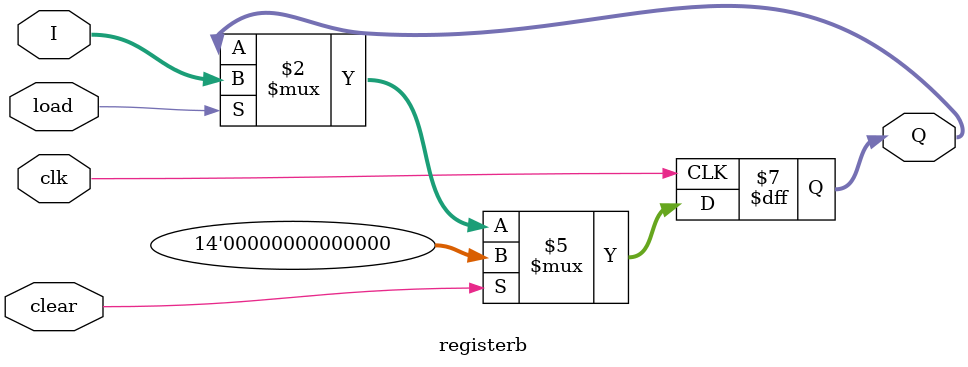
<source format=sv>
module registerb (clear,load,clk,I,Q);
	input 	logic 	clear;
	input 	logic 	load;
	input 	logic 	clk;
	input 	reg 	[13:0]I;
	output 	reg	[13:0]Q;
	
	always_ff@(posedge clk)
		begin
			if (clear)
				Q <= 0;
			else if (load)
				Q <= I;
		end
		
endmodule
</source>
